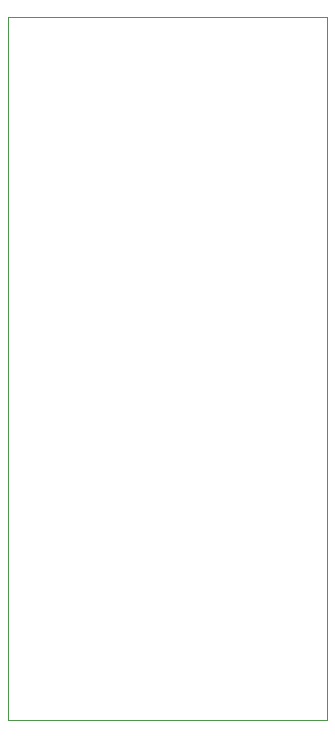
<source format=gbr>
G04 #@! TF.GenerationSoftware,KiCad,Pcbnew,(5.1.5-0-10_14)*
G04 #@! TF.CreationDate,2021-06-02T09:42:11-04:00*
G04 #@! TF.ProjectId,ESLO_RB2_DataDump,45534c4f-5f52-4423-925f-446174614475,rev?*
G04 #@! TF.SameCoordinates,Original*
G04 #@! TF.FileFunction,Profile,NP*
%FSLAX46Y46*%
G04 Gerber Fmt 4.6, Leading zero omitted, Abs format (unit mm)*
G04 Created by KiCad (PCBNEW (5.1.5-0-10_14)) date 2021-06-02 09:42:11*
%MOMM*%
%LPD*%
G04 APERTURE LIST*
%ADD10C,0.050000*%
G04 APERTURE END LIST*
D10*
X144000000Y-69000000D02*
X117000000Y-69000000D01*
X144000000Y-128500000D02*
X144000000Y-69000000D01*
X117000000Y-128500000D02*
X144000000Y-128500000D01*
X117000000Y-69000000D02*
X117000000Y-128500000D01*
M02*

</source>
